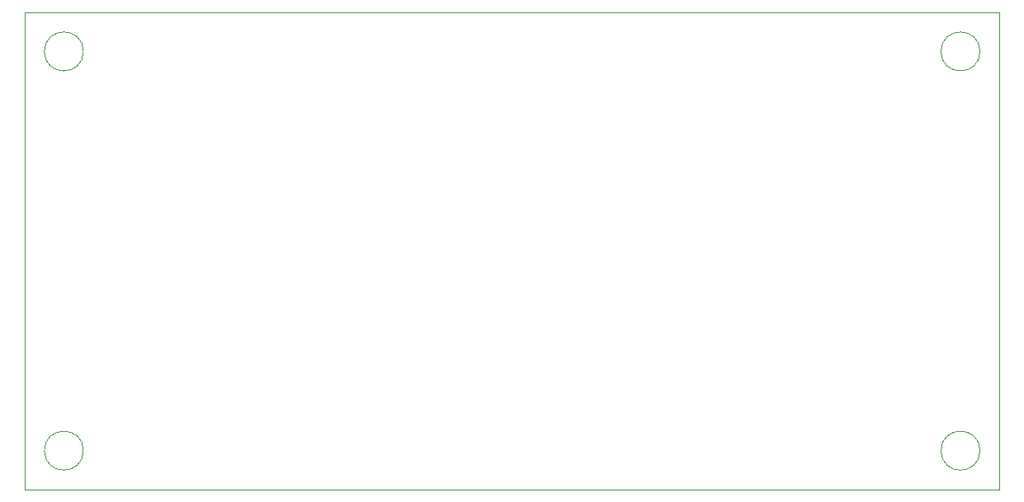
<source format=gm1>
%TF.GenerationSoftware,KiCad,Pcbnew,(6.0.8)*%
%TF.CreationDate,2023-01-11T18:12:54+05:00*%
%TF.ProjectId,SyntPIC,53796e74-5049-4432-9e6b-696361645f70,rev?*%
%TF.SameCoordinates,Original*%
%TF.FileFunction,Profile,NP*%
%FSLAX46Y46*%
G04 Gerber Fmt 4.6, Leading zero omitted, Abs format (unit mm)*
G04 Created by KiCad (PCBNEW (6.0.8)) date 2023-01-11 18:12:54*
%MOMM*%
%LPD*%
G01*
G04 APERTURE LIST*
%TA.AperFunction,Profile*%
%ADD10C,0.100000*%
%TD*%
G04 APERTURE END LIST*
D10*
X266156000Y-97380000D02*
G75*
G03*
X266156000Y-97380000I-2000000J0D01*
G01*
X266156000Y-138380000D02*
G75*
G03*
X266156000Y-138380000I-2000000J0D01*
G01*
X268156000Y-93380000D02*
X168156000Y-93380000D01*
X168156000Y-93380000D02*
X168156000Y-142380000D01*
X168156000Y-142380000D02*
X268156000Y-142380000D01*
X268156000Y-142380000D02*
X268156000Y-93380000D01*
X174156000Y-138380000D02*
G75*
G03*
X174156000Y-138380000I-2000000J0D01*
G01*
X174156000Y-97380000D02*
G75*
G03*
X174156000Y-97380000I-2000000J0D01*
G01*
M02*

</source>
